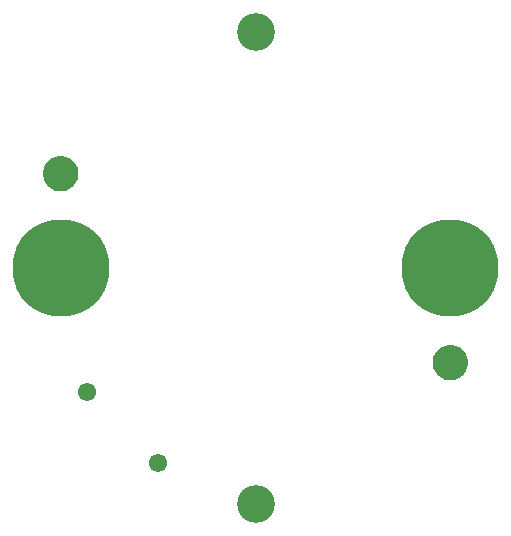
<source format=gbs>
G04*
G04 #@! TF.GenerationSoftware,Altium Limited,Altium Designer,20.1.8 (145)*
G04*
G04 Layer_Color=16711935*
%FSTAX43Y43*%
%MOMM*%
G71*
G04*
G04 #@! TF.SameCoordinates,4CD76DC4-311B-4E25-801D-5A3FBB03E2DD*
G04*
G04*
G04 #@! TF.FilePolarity,Negative*
G04*
G01*
G75*
%ADD10C,8.203*%
%ADD11C,3.203*%
%ADD12C,1.553*%
G36*
X0082874Y0083992D02*
X0083146Y0083879D01*
X0083391Y0083715D01*
X0083599Y0083507D01*
X0083763Y0083262D01*
X0083876Y008299D01*
X0083933Y0082701D01*
Y0082401D01*
X0083875Y0082111D01*
X0083762Y0081838D01*
X0083598Y0081593D01*
X0083389Y0081384D01*
X0083144Y008122D01*
X0082871Y0081107D01*
X0082581Y0081049D01*
X008228D01*
X0081991Y0081106D01*
X0081719Y0081219D01*
X0081475Y0081382D01*
X0081266Y0081591D01*
X0081103Y0081835D01*
X008099Y0082107D01*
X0080933Y0082396D01*
Y0082696D01*
X008099Y0082985D01*
X0081103Y0083256D01*
X0081266Y0083501D01*
X0081474Y0083709D01*
X0081719Y0083873D01*
X0081991Y0083985D01*
X0082279Y0084043D01*
X0082427Y0084043D01*
X0082438Y0084049D01*
Y0084049D01*
X0082585D01*
X0082874Y0083992D01*
D02*
G37*
G36*
X0115869Y0067995D02*
X0116141Y0067882D01*
X0116386Y0067718D01*
X0116594Y006751D01*
X0116758Y0067265D01*
X0116871Y0066993D01*
X0116928Y0066704D01*
Y0066404D01*
X0116871Y0066115D01*
X0116758Y0065842D01*
X0116593Y0065596D01*
X0116384Y0065387D01*
X0116139Y0065223D01*
X0115866Y006511D01*
X0115576Y0065052D01*
X0115275D01*
X0114986Y006511D01*
X0114714Y0065222D01*
X011447Y0065386D01*
X0114262Y0065594D01*
X0114098Y0065838D01*
X0113986Y006611D01*
X0113928Y0066399D01*
Y0066699D01*
X0113986Y0066988D01*
X0114098Y006726D01*
X0114262Y0067504D01*
X011447Y0067712D01*
X0114714Y0067876D01*
X0114986Y0067988D01*
X0115275Y0068046D01*
X0115422Y0068046D01*
X0115433Y0068052D01*
Y0068052D01*
X011558D01*
X0115869Y0067995D01*
D02*
G37*
D10*
X0082433Y0074549D02*
D03*
X0115433D02*
D03*
D11*
X0098997Y0094549D02*
D03*
Y0054549D02*
D03*
D12*
X0090683Y0058049D02*
D03*
X0084683Y0064049D02*
D03*
M02*

</source>
